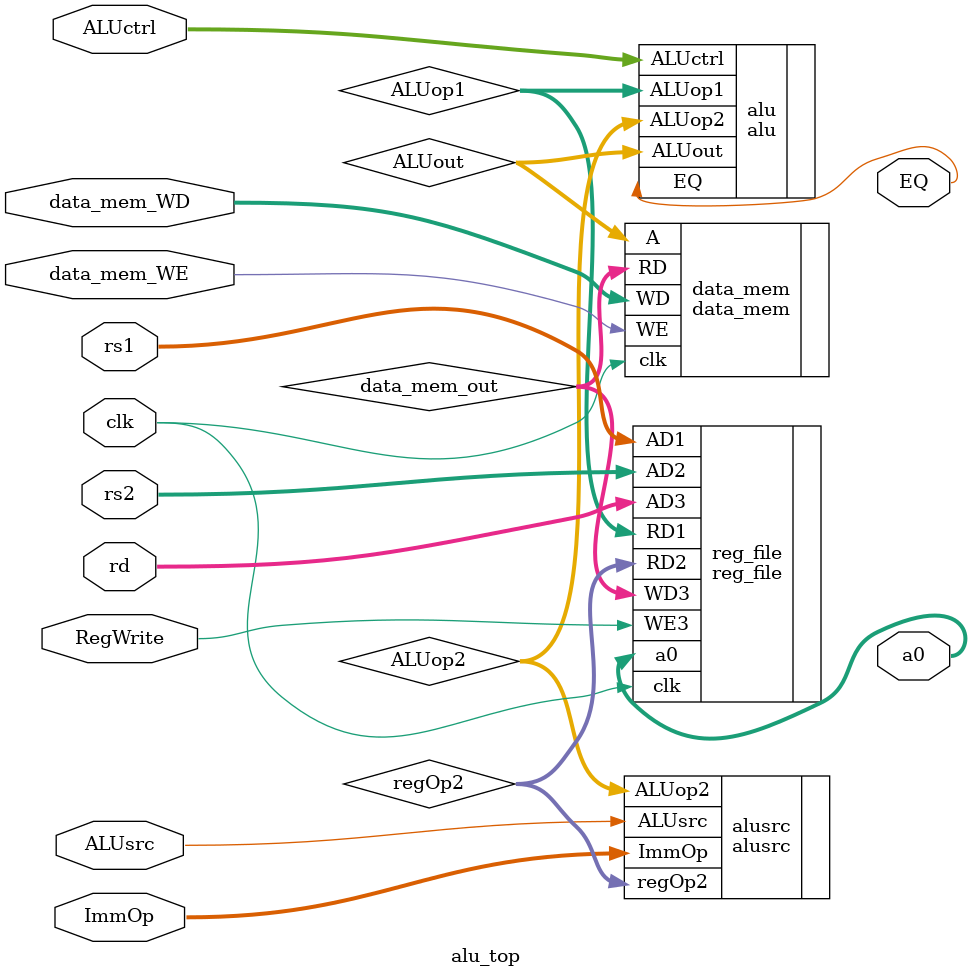
<source format=sv>
module alu_top #(
    ADDRESS_WIDTH = 32,
    OPERAND_WIDTH = 32,
    DATA_WIDTH = 32,
    CONTROL_WIDTH = 3
) (
    input logic         [OPERAND_WIDTH-1:0]     ImmOp,
    input logic                                 RegWrite,
    input logic                                 ALUsrc,
    input logic                                 clk,
    input logic                                 data_mem_WE,
    input logic         [DATA_WIDTH-1:0]        data_mem_WD,
    input logic         [CONTROL_WIDTH-1:0]     ALUctrl,
    input logic         [ADDRESS_WIDTH-1:0]     rs1,
    input logic         [ADDRESS_WIDTH-1:0]     rs2,
    input logic         [ADDRESS_WIDTH-1:0]     rd,
    output logic        [ADDRESS_WIDTH-1:0]     a0,
    output logic                                EQ // EQ checks if ALUOp1 and ALUOp2 are equal. This is important for BNE operations
);
    
logic [ADDRESS_WIDTH-1:0] ALUop1, ALUop2, regOp2, ALUout, data_mem_out;

reg_file reg_file (
    .clk (clk),
    .AD1 (rs1),
    .AD2 (rs2),
    .AD3 (rd),
    .WE3 (RegWrite),
    .WD3 (data_mem_out),
    .RD1 (ALUop1),
    .RD2 (regOp2),
    .a0 (a0)
);

alusrc alusrc (
    .regOp2 (regOp2),
    .ImmOp (ImmOp),
    .ALUsrc (ALUsrc),
    .ALUop2 (ALUop2)
);

alu alu (
    .ALUop1 (ALUop1),
    .ALUop2 (ALUop2),
    .ALUctrl (ALUctrl),
    .ALUout (ALUout),
    .EQ (EQ)
);

data_mem data_mem (
    .A (ALUout),
    .WD (data_mem_WD),
    .RD (data_mem_out),
    .WE (data_mem_WE),
    .clk (clk)
);

endmodule

</source>
